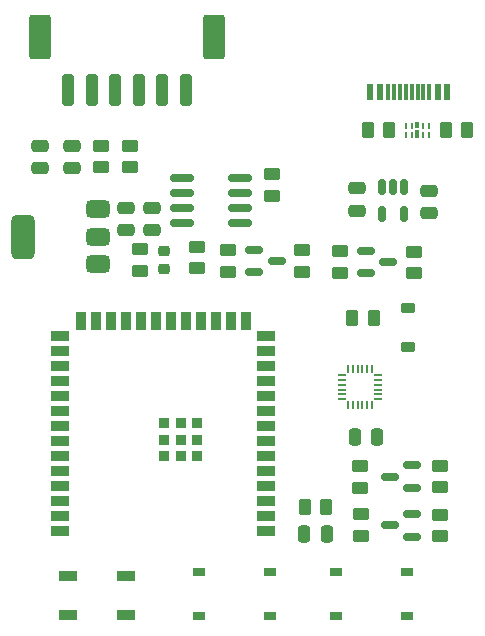
<source format=gbr>
%TF.GenerationSoftware,KiCad,Pcbnew,7.0.11*%
%TF.CreationDate,2024-04-21T20:12:22+02:00*%
%TF.ProjectId,cyberboard,63796265-7262-46f6-9172-642e6b696361,rev?*%
%TF.SameCoordinates,Original*%
%TF.FileFunction,Paste,Top*%
%TF.FilePolarity,Positive*%
%FSLAX46Y46*%
G04 Gerber Fmt 4.6, Leading zero omitted, Abs format (unit mm)*
G04 Created by KiCad (PCBNEW 7.0.11) date 2024-04-21 20:12:22*
%MOMM*%
%LPD*%
G01*
G04 APERTURE LIST*
G04 Aperture macros list*
%AMRoundRect*
0 Rectangle with rounded corners*
0 $1 Rounding radius*
0 $2 $3 $4 $5 $6 $7 $8 $9 X,Y pos of 4 corners*
0 Add a 4 corners polygon primitive as box body*
4,1,4,$2,$3,$4,$5,$6,$7,$8,$9,$2,$3,0*
0 Add four circle primitives for the rounded corners*
1,1,$1+$1,$2,$3*
1,1,$1+$1,$4,$5*
1,1,$1+$1,$6,$7*
1,1,$1+$1,$8,$9*
0 Add four rect primitives between the rounded corners*
20,1,$1+$1,$2,$3,$4,$5,0*
20,1,$1+$1,$4,$5,$6,$7,0*
20,1,$1+$1,$6,$7,$8,$9,0*
20,1,$1+$1,$8,$9,$2,$3,0*%
G04 Aperture macros list end*
%ADD10RoundRect,0.250000X-0.475000X0.250000X-0.475000X-0.250000X0.475000X-0.250000X0.475000X0.250000X0*%
%ADD11RoundRect,0.375000X0.625000X0.375000X-0.625000X0.375000X-0.625000X-0.375000X0.625000X-0.375000X0*%
%ADD12RoundRect,0.500000X0.500000X1.400000X-0.500000X1.400000X-0.500000X-1.400000X0.500000X-1.400000X0*%
%ADD13RoundRect,0.250000X-0.262500X-0.450000X0.262500X-0.450000X0.262500X0.450000X-0.262500X0.450000X0*%
%ADD14RoundRect,0.250000X0.250000X1.100000X-0.250000X1.100000X-0.250000X-1.100000X0.250000X-1.100000X0*%
%ADD15RoundRect,0.250000X0.650000X1.650000X-0.650000X1.650000X-0.650000X-1.650000X0.650000X-1.650000X0*%
%ADD16RoundRect,0.250000X-0.450000X0.262500X-0.450000X-0.262500X0.450000X-0.262500X0.450000X0.262500X0*%
%ADD17R,1.000000X0.750000*%
%ADD18RoundRect,0.150000X0.587500X0.150000X-0.587500X0.150000X-0.587500X-0.150000X0.587500X-0.150000X0*%
%ADD19RoundRect,0.225000X0.375000X-0.225000X0.375000X0.225000X-0.375000X0.225000X-0.375000X-0.225000X0*%
%ADD20R,0.655599X0.204000*%
%ADD21R,0.204000X0.655599*%
%ADD22RoundRect,0.150000X-0.587500X-0.150000X0.587500X-0.150000X0.587500X0.150000X-0.587500X0.150000X0*%
%ADD23RoundRect,0.150000X-0.825000X-0.150000X0.825000X-0.150000X0.825000X0.150000X-0.825000X0.150000X0*%
%ADD24RoundRect,0.250000X0.450000X-0.262500X0.450000X0.262500X-0.450000X0.262500X-0.450000X-0.262500X0*%
%ADD25R,1.500000X0.900000*%
%ADD26RoundRect,0.218750X-0.256250X0.218750X-0.256250X-0.218750X0.256250X-0.218750X0.256250X0.218750X0*%
%ADD27RoundRect,0.250000X-0.250000X-0.475000X0.250000X-0.475000X0.250000X0.475000X-0.250000X0.475000X0*%
%ADD28RoundRect,0.250000X0.262500X0.450000X-0.262500X0.450000X-0.262500X-0.450000X0.262500X-0.450000X0*%
%ADD29RoundRect,0.250000X0.250000X0.475000X-0.250000X0.475000X-0.250000X-0.475000X0.250000X-0.475000X0*%
%ADD30R,0.900000X1.500000*%
%ADD31R,0.900000X0.900000*%
%ADD32R,0.600000X1.450000*%
%ADD33R,0.300000X1.450000*%
%ADD34R,0.250000X0.625000*%
%ADD35R,0.450000X0.700000*%
%ADD36R,0.450000X0.575000*%
%ADD37RoundRect,0.150000X-0.150000X0.512500X-0.150000X-0.512500X0.150000X-0.512500X0.150000X0.512500X0*%
G04 APERTURE END LIST*
D10*
%TO.C,C3*%
X130655000Y-92201252D03*
X130655000Y-94101252D03*
%TD*%
D11*
%TO.C,U1*%
X126096000Y-92331750D03*
D12*
X119796000Y-94631750D03*
D11*
X126096000Y-94631750D03*
X126096000Y-96931750D03*
%TD*%
D13*
%TO.C,R1*%
X143633500Y-117531750D03*
X145458500Y-117531750D03*
%TD*%
D14*
%TO.C,J3*%
X133573000Y-82189002D03*
X131573000Y-82189002D03*
X129573000Y-82189002D03*
X127573000Y-82189002D03*
X125573000Y-82189002D03*
X123573000Y-82189002D03*
D15*
X135923000Y-77739002D03*
X121223000Y-77739002D03*
%TD*%
D16*
%TO.C,R3*%
X134523000Y-95476502D03*
X134523000Y-97301502D03*
%TD*%
D17*
%TO.C,RESET1*%
X152261000Y-126788002D03*
X146261000Y-126788002D03*
X152261000Y-123038002D03*
X146261000Y-123038002D03*
%TD*%
D16*
%TO.C,R10*%
X128793000Y-86950502D03*
X128793000Y-88775502D03*
%TD*%
%TO.C,R16*%
X143401000Y-95783002D03*
X143401000Y-97608002D03*
%TD*%
D18*
%TO.C,Q1*%
X152693500Y-120031750D03*
X152693500Y-118131750D03*
X150818500Y-119081750D03*
%TD*%
D19*
%TO.C,D3*%
X152396000Y-103981750D03*
X152396000Y-100681750D03*
%TD*%
D13*
%TO.C,R4*%
X155551000Y-85631750D03*
X157376000Y-85631750D03*
%TD*%
D20*
%TO.C,U5*%
X146779400Y-106383001D03*
X146779400Y-106783003D03*
X146779400Y-107183002D03*
X146779400Y-107583002D03*
X146779400Y-107983001D03*
X146779400Y-108383003D03*
D21*
X147300999Y-108904602D03*
X147701001Y-108904602D03*
X148101000Y-108904602D03*
X148501000Y-108904602D03*
X148900999Y-108904602D03*
X149301001Y-108904602D03*
D20*
X149822600Y-108383003D03*
X149822600Y-107983001D03*
X149822600Y-107583002D03*
X149822600Y-107183002D03*
X149822600Y-106783003D03*
X149822600Y-106383001D03*
D21*
X149301001Y-105861402D03*
X148900999Y-105861402D03*
X148501000Y-105861402D03*
X148101000Y-105861402D03*
X147701001Y-105861402D03*
X147300999Y-105861402D03*
%TD*%
D18*
%TO.C,Q2*%
X152673500Y-115911750D03*
X152673500Y-114011750D03*
X150798500Y-114961750D03*
%TD*%
D22*
%TO.C,Q3*%
X139356000Y-95765502D03*
X139356000Y-97665502D03*
X141231000Y-96715502D03*
%TD*%
D23*
%TO.C,U2*%
X138148000Y-89634002D03*
X138148000Y-90904002D03*
X138148000Y-92174002D03*
X138148000Y-93444002D03*
X133198000Y-93444002D03*
X133198000Y-92174002D03*
X133198000Y-90904002D03*
X133198000Y-89634002D03*
%TD*%
D24*
%TO.C,R13*%
X148326000Y-115894250D03*
X148326000Y-114069250D03*
%TD*%
%TO.C,R19*%
X148396000Y-119944250D03*
X148396000Y-118119250D03*
%TD*%
D16*
%TO.C,R9*%
X126393000Y-86950502D03*
X126393000Y-88775502D03*
%TD*%
D25*
%TO.C,D1*%
X123601000Y-123403002D03*
X123601000Y-126703002D03*
X128501000Y-126703002D03*
X128501000Y-123403002D03*
%TD*%
D16*
%TO.C,R18*%
X137121000Y-95783002D03*
X137121000Y-97608002D03*
%TD*%
D13*
%TO.C,R11*%
X147648500Y-101563002D03*
X149473500Y-101563002D03*
%TD*%
D26*
%TO.C,D2*%
X131696000Y-95844250D03*
X131696000Y-97419250D03*
%TD*%
D27*
%TO.C,C5*%
X147871000Y-111631750D03*
X149771000Y-111631750D03*
%TD*%
D10*
%TO.C,C4*%
X128446000Y-92181750D03*
X128446000Y-94081750D03*
%TD*%
%TO.C,C13*%
X154123000Y-90739002D03*
X154123000Y-92639002D03*
%TD*%
D17*
%TO.C,ACTION1*%
X140651000Y-126793002D03*
X134651000Y-126793002D03*
X140651000Y-123043002D03*
X134651000Y-123043002D03*
%TD*%
D28*
%TO.C,R5*%
X150785500Y-85631750D03*
X148960500Y-85631750D03*
%TD*%
D24*
%TO.C,R12*%
X155106000Y-120024250D03*
X155106000Y-118199250D03*
%TD*%
D10*
%TO.C,C12*%
X148023000Y-90539002D03*
X148023000Y-92439002D03*
%TD*%
D24*
%TO.C,R14*%
X155076000Y-115864250D03*
X155076000Y-114039250D03*
%TD*%
D29*
%TO.C,C1*%
X145496000Y-119781750D03*
X143596000Y-119781750D03*
%TD*%
D10*
%TO.C,C6*%
X121193000Y-86963002D03*
X121193000Y-88863002D03*
%TD*%
D16*
%TO.C,R8*%
X129696000Y-95719250D03*
X129696000Y-97544250D03*
%TD*%
D25*
%TO.C,U6*%
X140373000Y-119559002D03*
X140373000Y-118289002D03*
X140373000Y-117019002D03*
X140373000Y-115749002D03*
X140373000Y-114479002D03*
X140373000Y-113209002D03*
X140373000Y-111939002D03*
X140373000Y-110669002D03*
X140373000Y-109399002D03*
X140373000Y-108129002D03*
X140373000Y-106859002D03*
X140373000Y-105589002D03*
X140373000Y-104319002D03*
X140373000Y-103049002D03*
D30*
X138608000Y-101799002D03*
X137338000Y-101799002D03*
X136068000Y-101799002D03*
X134798000Y-101799002D03*
X133528000Y-101799002D03*
X132258000Y-101799002D03*
X130988000Y-101799002D03*
X129718000Y-101799002D03*
X128448000Y-101799002D03*
X127178000Y-101799002D03*
X125908000Y-101799002D03*
X124638000Y-101799002D03*
D25*
X122873000Y-103049002D03*
X122873000Y-104319002D03*
X122873000Y-105589002D03*
X122873000Y-106859002D03*
X122873000Y-108129002D03*
X122873000Y-109399002D03*
X122873000Y-110669002D03*
X122873000Y-111939002D03*
X122873000Y-113209002D03*
X122873000Y-114479002D03*
X122873000Y-115749002D03*
X122873000Y-117019002D03*
X122873000Y-118289002D03*
X122873000Y-119559002D03*
D31*
X134523000Y-113239002D03*
X134523000Y-111839002D03*
X134523000Y-110439002D03*
X133123000Y-113239002D03*
X133123000Y-111839002D03*
X133123000Y-110439002D03*
X131723000Y-113239002D03*
X131723000Y-111839002D03*
X131723000Y-110439002D03*
%TD*%
D22*
%TO.C,Q5*%
X148773500Y-95853002D03*
X148773500Y-97753002D03*
X150648500Y-96803002D03*
%TD*%
D16*
%TO.C,R17*%
X146571000Y-95890502D03*
X146571000Y-97715502D03*
%TD*%
D32*
%TO.C,J2*%
X155673000Y-82384002D03*
X154873000Y-82384002D03*
D33*
X153673000Y-82384002D03*
X152673000Y-82384002D03*
X152173000Y-82384002D03*
X151173000Y-82384002D03*
D32*
X149973000Y-82384002D03*
X149173000Y-82384002D03*
X149173000Y-82384002D03*
X149973000Y-82384002D03*
D33*
X150673000Y-82384002D03*
X151673000Y-82384002D03*
X153173000Y-82384002D03*
X154173000Y-82384002D03*
D32*
X154873000Y-82384002D03*
X155673000Y-82384002D03*
%TD*%
D34*
%TO.C,U3*%
X152163000Y-86019250D03*
X152663000Y-86019250D03*
D35*
X153163000Y-85981750D03*
D34*
X153663000Y-86019250D03*
X154163000Y-86019250D03*
X154163000Y-85244250D03*
X153663000Y-85244250D03*
D36*
X153163000Y-85219250D03*
D34*
X152663000Y-85244250D03*
X152163000Y-85244250D03*
%TD*%
D37*
%TO.C,U7*%
X152033000Y-90431502D03*
X151083000Y-90431502D03*
X150133000Y-90431502D03*
X150133000Y-92706502D03*
X152033000Y-92706502D03*
%TD*%
D16*
%TO.C,R20*%
X152911000Y-95910502D03*
X152911000Y-97735502D03*
%TD*%
D10*
%TO.C,C2*%
X123893000Y-86963002D03*
X123893000Y-88863002D03*
%TD*%
D16*
%TO.C,R2*%
X140823000Y-89376502D03*
X140823000Y-91201502D03*
%TD*%
M02*

</source>
